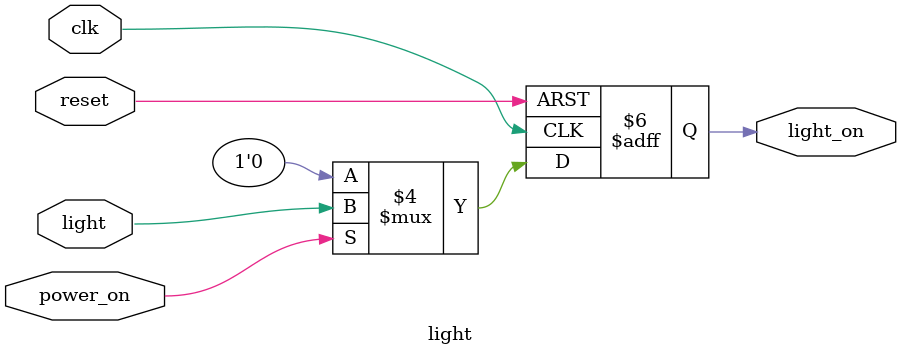
<source format=v>
`timescale 1ns / 1ps

module light(
inout clk,reset,power_on,light,
output reg light_on
    );
    always @(posedge clk,posedge reset)begin
        if(reset)begin
            light_on<=0;
        end
        else begin
            if(~power_on)begin
                light_on<=0;
            end
            else 
            begin
            light_on<=light;
            end
        end
    end
endmodule

</source>
